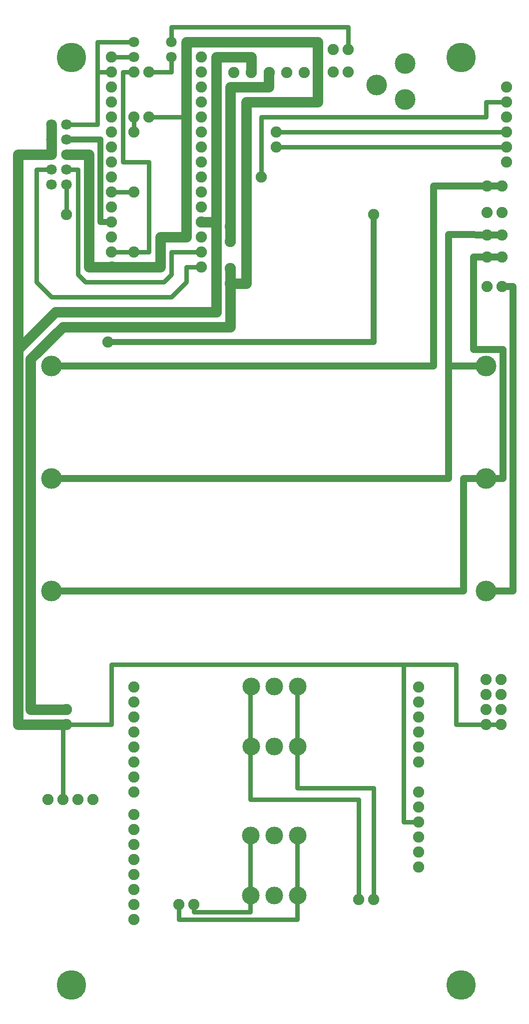
<source format=gbr>
%FSLAX34Y34*%
%MOMM*%
%LNCOPPER_BOTTOM*%
G71*
G01*
%ADD10C, 5.00*%
%ADD11C, 1.80*%
%ADD12C, 1.20*%
%ADD13C, 1.80*%
%ADD14C, 0.80*%
%ADD15C, 1.90*%
%ADD16C, 1.90*%
%ADD17C, 3.50*%
%ADD18C, 3.00*%
%ADD19C, 1.80*%
%ADD20C, 1.00*%
%LPD*%
X110000Y-1635000D02*
G54D10*
D03*
X770000Y-1635000D02*
G54D10*
D03*
G54D11*
X379250Y-376650D02*
X379250Y-114381D01*
X444500Y-114381D01*
X444500Y-89694D01*
G54D12*
X76200Y-587375D02*
X723900Y-587375D01*
X723900Y-282350D01*
X839250Y-282350D01*
G54D12*
X812800Y-968375D02*
X858075Y-968375D01*
X858075Y-452350D01*
X839250Y-452350D01*
G54D11*
X414650Y-90400D02*
X414969Y-63500D01*
X355600Y-63500D01*
X355600Y-317500D01*
X355600Y-495300D01*
X82550Y-495300D01*
X19050Y-558800D01*
X19050Y-1193800D01*
X101600Y-1193800D01*
G54D11*
X379250Y-421950D02*
X379250Y-520700D01*
X95250Y-520700D01*
X40575Y-575375D01*
X40575Y-1168400D01*
X101600Y-1168400D01*
X101600Y-228600D02*
G54D13*
D03*
X101500Y-279400D02*
G54D13*
D03*
G54D14*
X177800Y-88900D02*
X154006Y-88900D01*
X154006Y-177800D01*
X101500Y-177800D01*
G54D11*
X19050Y-561975D02*
X19050Y-228600D01*
X76200Y-228600D01*
X76100Y-177800D01*
G54D14*
X304800Y-165100D02*
X241300Y-165100D01*
G54D14*
X215900Y-292100D02*
X177800Y-292100D01*
G54D14*
X330200Y-419100D02*
X304800Y-419100D01*
X304800Y-444500D01*
X279400Y-469900D01*
X76200Y-469900D01*
X50800Y-444500D01*
X50800Y-304800D01*
X50800Y-304800D01*
X50800Y-254000D01*
X76200Y-254000D01*
G54D14*
X330200Y-393700D02*
X279400Y-393700D01*
X279400Y-431800D01*
X266700Y-444500D01*
X133350Y-444500D01*
X120650Y-431800D01*
X120650Y-254000D01*
X101600Y-254000D01*
X215900Y-292100D02*
G54D15*
D03*
X215900Y-393700D02*
G54D15*
D03*
X384650Y-90400D02*
G54D16*
D03*
X414650Y-90400D02*
G54D16*
D03*
X444650Y-90400D02*
G54D16*
D03*
X474650Y-90400D02*
G54D16*
D03*
X504650Y-90400D02*
G54D16*
D03*
X698500Y-1130300D02*
G54D15*
D03*
X698500Y-1155700D02*
G54D15*
D03*
X698500Y-1181100D02*
G54D15*
D03*
X698500Y-1206500D02*
G54D15*
D03*
X698500Y-1231900D02*
G54D15*
D03*
X698500Y-1257300D02*
G54D15*
D03*
X698500Y-1308100D02*
G54D15*
D03*
X698500Y-1333500D02*
G54D15*
D03*
X698500Y-1358900D02*
G54D15*
D03*
X698500Y-1384300D02*
G54D15*
D03*
X698500Y-1409700D02*
G54D15*
D03*
X698500Y-1435100D02*
G54D15*
D03*
X215900Y-1130300D02*
G54D15*
D03*
X215900Y-1155700D02*
G54D15*
D03*
X215900Y-1181100D02*
G54D15*
D03*
X215900Y-1206500D02*
G54D15*
D03*
X215900Y-1231900D02*
G54D15*
D03*
X215900Y-1257300D02*
G54D15*
D03*
X215900Y-1282700D02*
G54D15*
D03*
X215900Y-1308100D02*
G54D15*
D03*
X215900Y-1346200D02*
G54D15*
D03*
X215900Y-1371600D02*
G54D15*
D03*
X215900Y-1397000D02*
G54D15*
D03*
X215900Y-1422400D02*
G54D15*
D03*
X215900Y-1447800D02*
G54D15*
D03*
X215900Y-1473200D02*
G54D15*
D03*
X215900Y-1498600D02*
G54D15*
D03*
X215900Y-1524000D02*
G54D15*
D03*
X846900Y-114300D02*
G54D15*
D03*
X846900Y-139700D02*
G54D15*
D03*
X846900Y-165100D02*
G54D15*
D03*
X846900Y-190500D02*
G54D15*
D03*
X846900Y-215900D02*
G54D15*
D03*
X846900Y-241300D02*
G54D15*
D03*
X177800Y-63500D02*
G54D15*
D03*
X177800Y-88900D02*
G54D15*
D03*
X177800Y-114300D02*
G54D15*
D03*
X177800Y-139700D02*
G54D15*
D03*
X177800Y-165100D02*
G54D15*
D03*
X177800Y-190500D02*
G54D15*
D03*
X177800Y-215900D02*
G54D15*
D03*
X177800Y-241300D02*
G54D15*
D03*
X177800Y-266700D02*
G54D15*
D03*
X177800Y-292100D02*
G54D15*
D03*
X177800Y-317500D02*
G54D15*
D03*
X177800Y-342900D02*
G54D15*
D03*
X177800Y-368300D02*
G54D15*
D03*
X177800Y-393700D02*
G54D15*
D03*
X178600Y-419100D02*
G54D15*
D03*
X330200Y-63500D02*
G54D15*
D03*
X330200Y-114300D02*
G54D15*
D03*
X330200Y-139700D02*
G54D15*
D03*
X330200Y-165100D02*
G54D15*
D03*
X330200Y-190500D02*
G54D15*
D03*
X330200Y-215900D02*
G54D15*
D03*
X330200Y-241300D02*
G54D15*
D03*
X330200Y-266700D02*
G54D15*
D03*
X330200Y-292100D02*
G54D15*
D03*
X330200Y-317500D02*
G54D15*
D03*
X330200Y-342900D02*
G54D15*
D03*
X330200Y-368300D02*
G54D15*
D03*
X330200Y-393700D02*
G54D15*
D03*
X330200Y-419100D02*
G54D15*
D03*
X330200Y-88900D02*
G54D15*
D03*
G54D12*
X812800Y-777875D02*
X841375Y-777875D01*
X841375Y-558800D01*
X791650Y-558800D01*
X791650Y-402900D01*
X839250Y-402350D01*
G54D14*
X177800Y-393700D02*
X215900Y-393700D01*
G54D11*
X101600Y-228600D02*
X139700Y-228600D01*
X139700Y-419100D01*
X260350Y-419100D01*
X260350Y-368300D01*
X304800Y-368300D01*
X304800Y-38100D01*
X527050Y-38100D01*
X527050Y-139700D01*
X406400Y-139700D01*
X406400Y-447350D01*
X379250Y-447350D01*
G54D14*
X101600Y-1193800D02*
X177800Y-1193800D01*
X177800Y-1092200D01*
X762000Y-1092200D01*
X762000Y-1193800D01*
X838200Y-1193800D01*
G54D14*
X673100Y-1092200D02*
X673100Y-1358900D01*
X698500Y-1358900D01*
X838200Y-1193800D02*
G54D15*
D03*
X838200Y-1168400D02*
G54D15*
D03*
X838200Y-1143000D02*
G54D15*
D03*
X838200Y-1117600D02*
G54D15*
D03*
X812800Y-1117600D02*
G54D15*
D03*
X812800Y-1143000D02*
G54D15*
D03*
X812800Y-1168400D02*
G54D15*
D03*
X812800Y-1193800D02*
G54D15*
D03*
G54D14*
X101600Y-279400D02*
X101600Y-330200D01*
X69850Y-1320800D02*
G54D15*
D03*
X95250Y-1320800D02*
G54D15*
D03*
X120650Y-1320800D02*
G54D15*
D03*
X146050Y-1320800D02*
G54D15*
D03*
G54D14*
X95250Y-1320800D02*
X95250Y-1193800D01*
X101600Y-330200D02*
G54D15*
D03*
X76200Y-587375D02*
G54D17*
D03*
X76200Y-968375D02*
G54D17*
D03*
X812800Y-968375D02*
G54D17*
D03*
X812800Y-587375D02*
G54D17*
D03*
X76200Y-777875D02*
G54D17*
D03*
X812800Y-777875D02*
G54D17*
D03*
G54D14*
X215900Y-190500D02*
X215900Y-165100D01*
G54D14*
X215900Y-63500D02*
X177800Y-63500D01*
X215900Y-190500D02*
G54D15*
D03*
X241300Y-165100D02*
G54D15*
D03*
X215900Y-165100D02*
G54D15*
D03*
X241300Y-88900D02*
G54D15*
D03*
X215900Y-88900D02*
G54D15*
D03*
G54D14*
X215900Y-393700D02*
X241300Y-393700D01*
X241300Y-241300D01*
X196850Y-241300D01*
X196850Y-88900D01*
X215900Y-88900D01*
G54D14*
X596900Y-1490662D02*
X596900Y-1320800D01*
X412750Y-1320800D01*
X412750Y-1130300D01*
G54D14*
X622300Y-1490662D02*
X622300Y-1301750D01*
X492125Y-1301750D01*
X492125Y-1130300D01*
G54D14*
X292100Y-1498600D02*
X292100Y-1524000D01*
X492125Y-1524000D01*
X492125Y-1397000D01*
G54D14*
X317500Y-1498600D02*
X317500Y-1511300D01*
X412750Y-1511300D01*
X412750Y-1397000D01*
X493200Y-1382500D02*
G54D18*
D03*
X453600Y-1382500D02*
G54D18*
D03*
X414000Y-1382500D02*
G54D18*
D03*
X414200Y-1130200D02*
G54D18*
D03*
X453800Y-1130200D02*
G54D18*
D03*
X493400Y-1130200D02*
G54D18*
D03*
X279400Y-63500D02*
G54D19*
D03*
X215900Y-63500D02*
G54D19*
D03*
G54D14*
X279400Y-63500D02*
X279400Y-88900D01*
X241300Y-88900D01*
G54D12*
X76200Y-777875D02*
X749300Y-777875D01*
X749300Y-364800D01*
X839250Y-364850D01*
G54D12*
X76200Y-968375D02*
X774700Y-968375D01*
X774700Y-777900D01*
X812800Y-777875D01*
X101600Y-1168400D02*
G54D15*
D03*
X101600Y-1193800D02*
G54D15*
D03*
X317500Y-1498600D02*
G54D15*
D03*
X292100Y-1498600D02*
G54D15*
D03*
X596900Y-1490662D02*
G54D15*
D03*
X622300Y-1490662D02*
G54D15*
D03*
X414200Y-1231800D02*
G54D18*
D03*
X453800Y-1231800D02*
G54D18*
D03*
X493400Y-1231800D02*
G54D18*
D03*
X493200Y-1484100D02*
G54D18*
D03*
X453600Y-1484100D02*
G54D18*
D03*
X414000Y-1484100D02*
G54D18*
D03*
X675000Y-75000D02*
G54D17*
D03*
X627000Y-111000D02*
G54D17*
D03*
X675000Y-136000D02*
G54D17*
D03*
X457200Y-190500D02*
G54D15*
D03*
X457200Y-215900D02*
G54D15*
D03*
X431800Y-266700D02*
G54D15*
D03*
G54D14*
X457200Y-190500D02*
X846900Y-190500D01*
G54D14*
X457200Y-215900D02*
X846900Y-215900D01*
X579200Y-88900D02*
G54D15*
D03*
X553800Y-88900D02*
G54D15*
D03*
G54D11*
X330200Y-342900D02*
X355600Y-342900D01*
G54D12*
X749900Y-587375D02*
X812800Y-587375D01*
G54D14*
X279400Y-38100D02*
X279400Y-12700D01*
X579200Y-12700D01*
X579200Y-50800D01*
X553800Y-50800D02*
G54D15*
D03*
X579200Y-50800D02*
G54D15*
D03*
X279400Y-38100D02*
G54D19*
D03*
X215900Y-38100D02*
G54D19*
D03*
G54D14*
X177800Y-88900D02*
X154006Y-88900D01*
X154006Y-38100D01*
X215900Y-38100D01*
X622300Y-330200D02*
G54D15*
D03*
G54D20*
X622300Y-330200D02*
X622300Y-546100D01*
X171450Y-546100D01*
X355600Y-495300D02*
G54D15*
D03*
G54D20*
X101500Y-203200D02*
X158750Y-203200D01*
X158750Y-342900D01*
X177800Y-342900D01*
X171450Y-546100D02*
G54D15*
D03*
X770000Y-65000D02*
G54D10*
D03*
X110000Y-65000D02*
G54D10*
D03*
X839250Y-282350D02*
G54D15*
D03*
X839250Y-327350D02*
G54D15*
D03*
X839250Y-364850D02*
G54D15*
D03*
X839250Y-402350D02*
G54D15*
D03*
X839250Y-452350D02*
G54D15*
D03*
X813850Y-282350D02*
G54D15*
D03*
X813850Y-327350D02*
G54D15*
D03*
X813850Y-364850D02*
G54D15*
D03*
X813850Y-402350D02*
G54D15*
D03*
X813850Y-452350D02*
G54D15*
D03*
X379250Y-351250D02*
G54D15*
D03*
X379250Y-376650D02*
G54D15*
D03*
X379250Y-447350D02*
G54D15*
D03*
X379250Y-421950D02*
G54D15*
D03*
X76200Y-279400D02*
G54D13*
D03*
X101600Y-254000D02*
G54D13*
D03*
X76200Y-203200D02*
G54D13*
D03*
X76200Y-228600D02*
G54D13*
D03*
X76100Y-177800D02*
G54D13*
D03*
X101500Y-177800D02*
G54D13*
D03*
X101500Y-203200D02*
G54D13*
D03*
X76200Y-254000D02*
G54D13*
D03*
G54D14*
X431800Y-266700D02*
X431800Y-165100D01*
X812800Y-165100D01*
X812800Y-139700D01*
X846900Y-139700D01*
M02*

</source>
